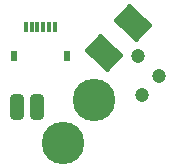
<source format=gts>
G04*
G04 #@! TF.GenerationSoftware,Altium Limited,Altium Designer,23.10.1 (27)*
G04*
G04 Layer_Color=8388736*
%FSLAX25Y25*%
%MOIN*%
G70*
G04*
G04 #@! TF.SameCoordinates,772BFEA8-91BE-421E-ADD9-B03B6B11456D*
G04*
G04*
G04 #@! TF.FilePolarity,Negative*
G04*
G01*
G75*
G04:AMPARAMS|DCode=16|XSize=47.37mil|YSize=86.74mil|CornerRadius=13.84mil|HoleSize=0mil|Usage=FLASHONLY|Rotation=0.000|XOffset=0mil|YOffset=0mil|HoleType=Round|Shape=RoundedRectangle|*
%AMROUNDEDRECTD16*
21,1,0.04737,0.05906,0,0,0.0*
21,1,0.01968,0.08674,0,0,0.0*
1,1,0.02769,0.00984,-0.02953*
1,1,0.02769,-0.00984,-0.02953*
1,1,0.02769,-0.00984,0.02953*
1,1,0.02769,0.00984,0.02953*
%
%ADD16ROUNDEDRECTD16*%
%ADD17R,0.02126X0.03701*%
%ADD18R,0.01732X0.03701*%
G04:AMPARAMS|DCode=19|XSize=78.87mil|YSize=106.42mil|CornerRadius=0mil|HoleSize=0mil|Usage=FLASHONLY|Rotation=227.000|XOffset=0mil|YOffset=0mil|HoleType=Round|Shape=Rectangle|*
%AMROTATEDRECTD19*
4,1,4,-0.01202,0.06513,0.06581,-0.00745,0.01202,-0.06513,-0.06581,0.00745,-0.01202,0.06513,0.0*
%
%ADD19ROTATEDRECTD19*%

%ADD20C,0.14173*%
%ADD21C,0.04737*%
D16*
X-159843Y111024D02*
D03*
X-166535Y111024D02*
D03*
D17*
X-167717Y127953D02*
D03*
X-150000D02*
D03*
D18*
X-155905Y137795D02*
D03*
X-157874D02*
D03*
X-159843D02*
D03*
X-153937D02*
D03*
X-161811D02*
D03*
X-163779D02*
D03*
D19*
X-137555Y128955D02*
D03*
X-128158Y139033D02*
D03*
D20*
X-151279Y99114D02*
D03*
X-140945Y113386D02*
D03*
D21*
X-125087Y114906D02*
D03*
X-119180Y121240D02*
D03*
X-126378Y127953D02*
D03*
M02*

</source>
